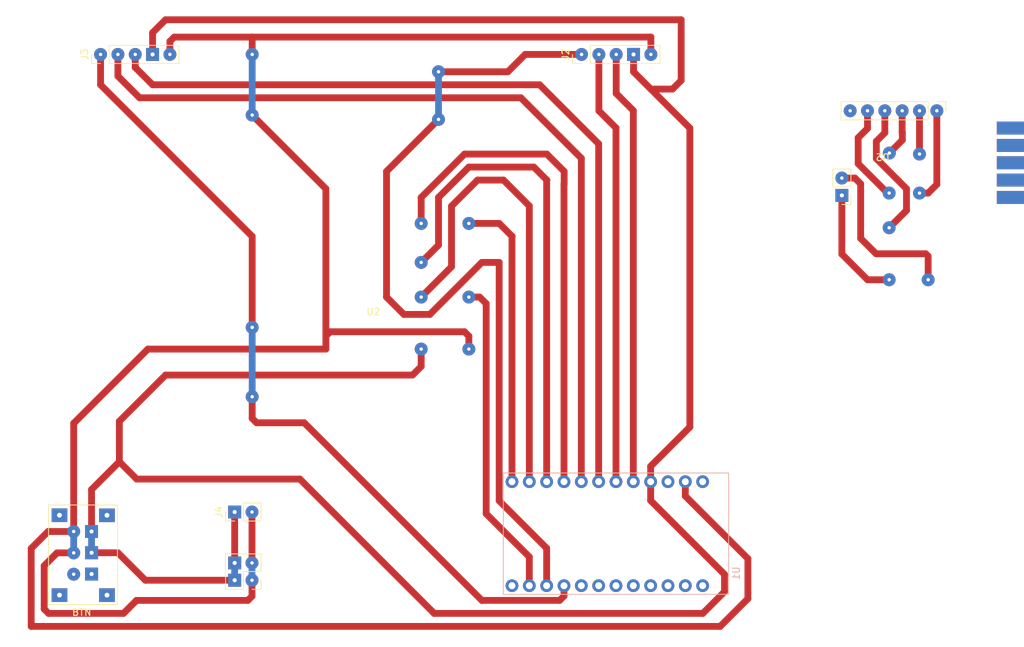
<source format=kicad_pcb>
(kicad_pcb (version 20211014) (generator pcbnew)
  (layers (0 "F.Cu" signal) (31 "B.Cu" signal) (34 "B.Paste" user) (35 "F.Paste" user) (36 "B.SilkS" user "B.Silkscreen") (37 "F.SilkS" user "F.Silkscreen") (38 "B.Mask" user) (39 "F.Mask" user) (44 "Edge.Cuts" user))
  (net 0 "")
  (net 1 "+5V")
  (net 2 "GND")
  (net 13 "Net-(J2-Pad1)")
  (net 14 "Net-(J2-Pad3)")
  (net 15 "Net-(J3-Pad2)")
  (net 16 "Net-(J2-Pad2)")
  (net 17 "Net-(J3-Pad3)")
  (net 19 "Net-(U1-PadJP6_9)")
  (net 20 "Net-(U1-PadJP6_10)")
  (net 21 "Net-(U1-PadJP6_11)")
  (net 22 "Net-(U1-PadJP6_12)")
  (net 23 "Net-(U1-PadJP7_2)")
  (net 25 "Net-(J3-Pad1)")
  (footprint "" (layer "F.Cu") (at 167.005 43.18)
    (fp_text reference "" (at 0 0) (layer "F.SilkS") (effects (font (size 1.27 1.27))))
    (fp_text value "" (at 0 0) (layer "F.SilkS") (effects (font (size 1.27 1.27))))
    (pad "7" thru_hole rect (at 0 0) (size 4 1.9) (drill 0.00001) (layers *.Cu *.Mask) (net 20 "Net-(U1-PadJP6_10)"))
  )
  (footprint "" (layer "F.Cu") (at 149.251351 36.682313)
    (fp_text reference "" (at 0 0) (layer "F.SilkS") (effects (font (size 1.27 1.27))))
    (fp_text value "" (at 0 0) (layer "F.SilkS") (effects (font (size 1.27 1.27))))
    (pad "5" thru_hole oval (at 0 0) (size 1.9 1.9) (drill 0.5) (layers *.Cu *.Mask) (net 19 "Net-(U1-PadJP6_9)"))
  )
  (footprint "" (layer "F.Cu") (at 83.185 24.765)
    (fp_text reference "" (at 0 0) (layer "F.SilkS") (effects (font (size 1.27 1.27))))
    (fp_text value "" (at 0 0) (layer "F.SilkS") (effects (font (size 1.27 1.27))))
    (pad "1" thru_hole oval (at 0 0 90) (size 1.9 1.9) (drill 0.5) (layers *.Cu *.Mask) (net 13 "Net-(J2-Pad1)"))
  )
  (footprint "Arduino pro mini:NRF24L01" (layer "F.Cu") (at 148.276703 36.747626 180)
    (fp_text reference "U2" (at 0 -0.5 180 unlocked) (layer "F.SilkS"))
    (fp_text value "NRF24L01_Breakout")
    (fp_line (start 4.654 -4.867) (end 4.654 -2.267) (layer "F.SilkS") (width 0.12))
    (fp_line (start -6.663297 7.597626) (end -6.663297 4.937626) (layer "F.SilkS") (width 0.12))
    (fp_line (start -7.933297 7.597626) (end -9.263297 7.597626) (layer "F.SilkS") (width 0.12))
    (fp_line (start -9.263297 7.597626) (end -9.263297 6.267626) (layer "F.SilkS") (width 0.12))
    (fp_line (start 6.096703 7.597626) (end 6.096703 4.937626) (layer "F.SilkS") (width 0.12))
    (fp_line (start 7.314 -4.867) (end 7.314 -2.267) (layer "F.SilkS") (width 0.12))
    (fp_line (start 4.654 -2.267) (end 7.314 -2.267) (layer "F.SilkS") (width 0.12))
    (fp_line (start -6.663297 4.937626) (end 6.096703 4.937626) (layer "F.SilkS") (width 0.12))
    (fp_line (start 4.654 -4.867) (end 7.314 -4.867) (layer "F.SilkS") (width 0.12))
    (fp_line (start -6.663297 7.597626) (end 6.096703 7.597626) (layer "F.SilkS") (width 0.12))
    (fp_line (start 4.654 -6.137) (end 4.654 -7.467) (layer "F.SilkS") (width 0.12))
    (fp_line (start 4.654 -7.467) (end 5.984 -7.467) (layer "F.SilkS") (width 0.12))
    (pad "1" thru_hole oval (at 5.984 -3.597 180) (size 1.9 1.9) (drill 0.5) (layers *.Cu *.Mask) (net 2 "GND"))
    (pad "2" thru_hole rect (at 5.984 -6.137 180) (size 1.9 1.9) (drill 0.6) (layers *.Cu *.Mask) (net 1 "+5V"))
    (pad "3" thru_hole oval (at -7.933297 6.267626 270) (size 1.9 1.9) (drill 0.5) (layers *.Cu *.Mask) (net 23 "Net-(U1-PadJP7_2)"))
    (pad "4" thru_hole oval (at -5.393297 6.267626 270) (size 1.9 1.9) (drill 0.5) (layers *.Cu *.Mask) (net 22 "Net-(U1-PadJP6_12)"))
    (pad "5" thru_hole oval (at -2.853297 6.267626 270) (size 1.9 1.9) (drill 0.5) (layers *.Cu *.Mask) (net 19 "Net-(U1-PadJP6_9)"))
    (pad "6" thru_hole oval (at -0.313297 6.267626 270) (size 1.9 1.9) (drill 0.5) (layers *.Cu *.Mask) (net 21 "Net-(U1-PadJP6_11)"))
    (pad "7" thru_hole oval (at 2.226703 6.267626 270) (size 1.9 1.9) (drill 0.5) (layers *.Cu *.Mask) (net 20 "Net-(U1-PadJP6_10)"))
    (pad "8" thru_hole oval (at 4.766703 6.267626 270) (size 1.9 1.9) (drill 0.5) (layers *.Cu *.Mask))
  )
  (footprint "" (layer "F.Cu") (at 80.645 57.785)
    (fp_text reference "" (at 0 0) (layer "F.SilkS") (effects (font (size 1.27 1.27))))
    (fp_text value "" (at 0 0) (layer "F.SilkS") (effects (font (size 1.27 1.27))))
    (pad "6" thru_hole oval (at 0 0) (size 1.9 1.9) (drill 0.5) (layers *.Cu *.Mask) (net 21 "Net-(U1-PadJP6_11)"))
  )
  (footprint "" (layer "F.Cu") (at 149.225 42.545)
    (fp_text reference "" (at 0 0) (layer "F.SilkS") (effects (font (size 1.27 1.27))))
    (fp_text value "" (at 0 0) (layer "F.SilkS") (effects (font (size 1.27 1.27))))
    (pad "7" thru_hole oval (at 0 0) (size 1.9 1.9) (drill 0.5) (layers *.Cu *.Mask) (net 20 "Net-(U1-PadJP6_10)"))
  )
  (footprint "" (layer "F.Cu") (at 55.88 72.39)
    (fp_text reference "" (at 0 0) (layer "F.SilkS") (effects (font (size 1.27 1.27))))
    (fp_text value "" (at 0 0) (layer "F.SilkS") (effects (font (size 1.27 1.27))))
    (pad "1" thru_hole oval (at 0 0 90) (size 1.9 1.9) (drill 0.5) (layers *.Cu *.Mask) (net 25 "Net-(J3-Pad1)"))
  )
  (footprint "" (layer "F.Cu") (at 153.67 36.83)
    (fp_text reference "" (at 0 0) (layer "F.SilkS") (effects (font (size 1.27 1.27))))
    (fp_text value "" (at 0 0) (layer "F.SilkS") (effects (font (size 1.27 1.27))))
    (pad "4" thru_hole oval (at 0 0) (size 1.9 1.9) (drill 0.5) (layers *.Cu *.Mask) (net 22 "Net-(U1-PadJP6_12)"))
  )
  (footprint "Connector_PinHeader_2.54mm:PinHeader_2x02_P2.54mm_Vertical" (layer "F.Cu") (at 55.851603 99.282205 180)
    (fp_text reference "" (at 1.27 -2.33) (layer "F.SilkS"))
    (fp_text value "POWERS")
    (fp_line (start -1.33 3.87) (end 3.87 3.87) (layer "F.SilkS") (width 0.12))
    (fp_line (start 3.87 -1.33) (end 3.87 3.87) (layer "F.SilkS") (width 0.12))
    (fp_line (start 1.27 1.27) (end 1.27 -1.33) (layer "F.SilkS") (width 0.12))
    (fp_line (start -1.33 1.27) (end 1.27 1.27) (layer "F.SilkS") (width 0.12))
    (fp_line (start -1.33 -1.33) (end 0 -1.33) (layer "F.SilkS") (width 0.12))
    (fp_line (start -1.33 1.27) (end -1.33 3.87) (layer "F.SilkS") (width 0.12))
    (fp_line (start 1.27 -1.33) (end 3.87 -1.33) (layer "F.SilkS") (width 0.12))
    (fp_line (start -1.33 0) (end -1.33 -1.33) (layer "F.SilkS") (width 0.12))
    (pad "1" thru_hole oval (at 0 0 180) (size 1.9 1.9) (drill 0.5) (layers *.Cu *.Mask) (net 2 "GND"))
    (pad "2" thru_hole rect (at 2.54 0 180) (size 1.9 1.9) (drill 0.6) (layers *.Cu *.Mask) (net 1 "+5V"))
    (pad "3" thru_hole oval (at 0 2.54 180) (size 1.9 1.9) (drill 0.5) (layers *.Cu *.Mask) (net 2 "GND"))
    (pad "4" thru_hole rect (at 2.54 2.54 180) (size 1.9 1.9) (drill 0.6) (layers *.Cu *.Mask) (net 1 "+5V"))
  )
  (footprint "" (layer "F.Cu") (at 80.645 65.405)
    (fp_text reference "" (at 0 0) (layer "F.SilkS") (effects (font (size 1.27 1.27))))
    (fp_text value "" (at 0 0) (layer "F.SilkS") (effects (font (size 1.27 1.27))))
    (pad "2" thru_hole oval (at 0 0) (size 1.9 1.9) (drill 0.5) (layers *.Cu *.Mask) (net 1 "+5V"))
  )
  (footprint "" (layer "F.Cu") (at 87.63 57.785)
    (fp_text reference "" (at 0 0) (layer "F.SilkS") (effects (font (size 1.27 1.27))))
    (fp_text value "" (at 0 0) (layer "F.SilkS") (effects (font (size 1.27 1.27))))
    (pad "3" thru_hole oval (at 0 0) (size 1.9 1.9) (drill 0.5) (layers *.Cu *.Mask) (net 23 "Net-(U1-PadJP7_2)"))
  )
  (footprint "" (layer "F.Cu") (at 80.645 52.705)
    (fp_text reference "" (at 0 0) (layer "F.SilkS") (effects (font (size 1.27 1.27))))
    (fp_text value "" (at 0 0) (layer "F.SilkS") (effects (font (size 1.27 1.27))))
    (pad "7" thru_hole oval (at 0 0) (size 1.9 1.9) (drill 0.5) (layers *.Cu *.Mask) (net 20 "Net-(U1-PadJP6_10)"))
  )
  (footprint "" (layer "F.Cu") (at 55.88 31.115)
    (fp_text reference "" (at 0 0) (layer "F.SilkS") (effects (font (size 1.27 1.27))))
    (fp_text value "" (at 0 0) (layer "F.SilkS") (effects (font (size 1.27 1.27))))
    (pad "5" thru_hole oval (at 0 0 90) (size 1.9 1.9) (drill 0.5) (layers *.Cu *.Mask) (net 2 "GND"))
  )
  (footprint "Connector_PinHeader_2.54mm:PinHeader_1x02_P2.54mm_Vertical" (layer "F.Cu") (at 53.311603 89.282205 90)
    (fp_text reference "J4" (at 0 -2.33 90) (layer "F.SilkS"))
    (fp_text value "Power-IN")
    (fp_line (start -1.33 0) (end -1.33 -1.33) (layer "F.SilkS") (width 0.12))
    (fp_line (start -1.33 1.27) (end 1.33 1.27) (layer "F.SilkS") (width 0.12))
    (fp_line (start -1.33 -1.33) (end 0 -1.33) (layer "F.SilkS") (width 0.12))
    (fp_line (start 1.33 1.27) (end 1.33 3.87) (layer "F.SilkS") (width 0.12))
    (fp_line (start -1.33 1.27) (end -1.33 3.87) (layer "F.SilkS") (width 0.12))
    (fp_line (start -1.33 3.87) (end 1.33 3.87) (layer "F.SilkS") (width 0.12))
    (pad "1" thru_hole rect (at 0 0 90) (size 1.9 1.9) (drill 0.6) (layers *.Cu *.Mask) (net 1 "+5V"))
    (pad "2" thru_hole oval (at 0 2.54 90) (size 1.9 1.9) (drill 0.5) (layers *.Cu *.Mask) (net 2 "GND"))
  )
  (footprint "" (layer "F.Cu") (at 154.94 55.245)
    (fp_text reference "" (at 0 0) (layer "F.SilkS") (effects (font (size 1.27 1.27))))
    (fp_text value "" (at 0 0) (layer "F.SilkS") (effects (font (size 1.27 1.27))))
    (pad "1" thru_hole oval (at 0 0) (size 1.9 1.9) (drill 0.5) (layers *.Cu *.Mask) (net 2 "GND"))
  )
  (footprint "" (layer "F.Cu") (at 153.67 42.545)
    (fp_text reference "" (at 0 0) (layer "F.SilkS") (effects (font (size 1.27 1.27))))
    (fp_text value "" (at 0 0) (layer "F.SilkS") (effects (font (size 1.27 1.27))))
    (pad "3" thru_hole oval (at 0 0) (size 1.9 1.9) (drill 0.5) (layers *.Cu *.Mask) (net 23 "Net-(U1-PadJP7_2)"))
  )
  (footprint "" (layer "F.Cu") (at 167.005 38.1)
    (fp_text reference "" (at 0 0) (layer "F.SilkS") (effects (font (size 1.27 1.27))))
    (fp_text value "" (at 0 0) (layer "F.SilkS") (effects (font (size 1.27 1.27))))
    (pad "5" thru_hole rect (at 0 0) (size 4 1.9) (drill 0.00001) (layers *.Cu *.Mask) (net 19 "Net-(U1-PadJP6_9)"))
  )
  (footprint "" (layer "F.Cu") (at 149.225 47.625)
    (fp_text reference "" (at 0 0) (layer "F.SilkS") (effects (font (size 1.27 1.27))))
    (fp_text value "" (at 0 0) (layer "F.SilkS") (effects (font (size 1.27 1.27))))
    (pad "6" thru_hole oval (at 0 0) (size 1.9 1.9) (drill 0.5) (layers *.Cu *.Mask) (net 21 "Net-(U1-PadJP6_11)"))
  )
  (footprint "" (layer "F.Cu") (at 83.185 31.75)
    (fp_text reference "" (at 0 0) (layer "F.SilkS") (effects (font (size 1.27 1.27))))
    (fp_text value "" (at 0 0) (layer "F.SilkS") (effects (font (size 1.27 1.27))))
    (pad "1" thru_hole oval (at 0 0 90) (size 1.9 1.9) (drill 0.5) (layers *.Cu *.Mask) (net 13 "Net-(J2-Pad1)"))
  )
  (footprint "" (layer "F.Cu") (at 80.645 46.99)
    (fp_text reference "" (at 0 0) (layer "F.SilkS") (effects (font (size 1.27 1.27))))
    (fp_text value "" (at 0 0) (layer "F.SilkS") (effects (font (size 1.27 1.27))))
    (pad "5" thru_hole oval (at 0 0) (size 1.9 1.9) (drill 0.5) (layers *.Cu *.Mask) (net 19 "Net-(U1-PadJP6_9)"))
  )
  (footprint "" (layer "F.Cu") (at 167.005 40.64)
    (fp_text reference "" (at 0 0) (layer "F.SilkS") (effects (font (size 1.27 1.27))))
    (fp_text value "" (at 0 0) (layer "F.SilkS") (effects (font (size 1.27 1.27))))
    (pad "6" thru_hole rect (at 0 0) (size 4 1.9) (drill 0.00001) (layers *.Cu *.Mask) (net 21 "Net-(U1-PadJP6_11)"))
  )
  (footprint "Connector_PinHeader_2.54mm:PinHeader_1x05_P2.54mm_Vertical" (layer "F.Cu") (at 104.145 22.225 90)
    (fp_text reference "J2" (at 0 -2.33 90) (layer "F.SilkS"))
    (fp_text value "Joystick_Left")
    (fp_line (start -1.33 11.49) (end 1.33 11.49) (layer "F.SilkS") (width 0.12))
    (fp_line (start 1.33 1.27) (end 1.33 11.49) (layer "F.SilkS") (width 0.12))
    (fp_line (start -1.33 -1.33) (end 0 -1.33) (layer "F.SilkS") (width 0.12))
    (fp_line (start -1.33 0) (end -1.33 -1.33) (layer "F.SilkS") (width 0.12))
    (fp_line (start -1.33 1.27) (end -1.33 11.49) (layer "F.SilkS") (width 0.12))
    (fp_line (start -1.33 1.27) (end 1.33 1.27) (layer "F.SilkS") (width 0.12))
    (pad "1" thru_hole oval (at 0 0 90) (size 1.9 1.9) (drill 0.5) (layers *.Cu *.Mask) (net 13 "Net-(J2-Pad1)"))
    (pad "2" thru_hole oval (at 0 2.54 90) (size 1.9 1.9) (drill 0.5) (layers *.Cu *.Mask) (net 16 "Net-(J2-Pad2)"))
    (pad "3" thru_hole oval (at 0 5.08 90) (size 1.9 1.9) (drill 0.5) (layers *.Cu *.Mask) (net 14 "Net-(J2-Pad3)"))
    (pad "4" thru_hole rect (at 0 7.62 90) (size 1.9 1.9) (drill 0.6) (layers *.Cu *.Mask) (net 1 "+5V"))
    (pad "5" thru_hole oval (at 0 10.16 90) (size 1.9 1.9) (drill 0.5) (layers *.Cu *.Mask) (net 2 "GND"))
  )
  (footprint "Connector_PinHeader_2.54mm:PushButton_6_pin" (layer "F.Cu") (at 34.639603 101.347205 180)
    (fp_text reference "BTN" (at 3.74 -2.618) (layer "F.SilkS"))
    (fp_text value "PushButton_6_pin")
    (fp_line (start -1.491194 -1.496) (end 8.602 -1.496) (layer "F.SilkS") (width 0.12))
    (fp_line (start -1.491194 13.09) (end 8.602 13.09) (layer "F.SilkS") (width 0.12))
    (fp_line (start 8.602 -1.496) (end 8.602 13.09) (layer "F.SilkS") (width 0.12))
    (fp_line (start -1.491194 -1.496) (end -1.491194 13.09) (layer "F.SilkS") (width 0.12))
    (pad "" thru_hole rect (at 0.043736 11.586152 180) (size 2.3 2) (drill 0.7) (layers *.Cu *.Mask))
    (pad "" thru_hole rect (at 0.03893 -0.118391 180) (size 2.3 2) (drill 0.7) (layers *.Cu *.Mask))
    (pad "" thru_hole rect (at 7.000509 11.59419 180) (size 2.3 2) (drill 0.7) (layers *.Cu *.Mask))
    (pad "" thru_hole rect (at 7.000509 -0.118391 180) (size 2.3 2) (drill 0.7) (layers *.Cu *.Mask))
    (pad "1" thru_hole rect (at 2.294688 2.967779 180) (size 1.9 1.9) (drill 0.6) (layers *.Cu *.Mask))
    (pad "2" thru_hole oval (at 4.918896 2.948554 180) (size 1.9 1.9) (drill 0.5) (layers *.Cu *.Mask))
    (pad "3" thru_hole rect (at 2.29506 6.097205 180) (size 1.9 1.9) (drill 0.6) (layers *.Cu *.Mask) (net 1 "+5V"))
    (pad "4" thru_hole oval (at 4.919268 6.07798 180) (size 1.9 1.9) (drill 0.5) (layers *.Cu *.Mask) (net 2 "GND"))
    (pad "5" thru_hole rect (at 2.30164 9.207406 180) (size 1.9 1.9) (drill 0.6) (layers *.Cu *.Mask) (net 1 "+5V"))
    (pad "6" thru_hole oval (at 4.91964 9.207406 180) (size 1.9 1.9) (drill 0.5) (layers *.Cu *.Mask) (net 2 "GND"))
  )
  (footprint "" (layer "F.Cu") (at 87.63 46.99)
    (fp_text reference "" (at 0 0) (layer "F.SilkS") (effects (font (size 1.27 1.27))))
    (fp_text value "" (at 0 0) (layer "F.SilkS") (effects (font (size 1.27 1.27))))
    (pad "4" thru_hole oval (at 0 0) (size 1.9 1.9) (drill 0.5) (layers *.Cu *.Mask) (net 22 "Net-(U1-PadJP6_12)"))
  )
  (footprint "" (layer "F.Cu") (at 55.88 22.225)
    (fp_text reference "" (at 0 0) (layer "F.SilkS") (effects (font (size 1.27 1.27))))
    (fp_text value "" (at 0 0) (layer "F.SilkS") (effects (font (size 1.27 1.27))))
    (pad "5" thru_hole oval (at 0 0 90) (size 1.9 1.9) (drill 0.5) (layers *.Cu *.Mask) (net 2 "GND"))
  )
  (footprint "" (layer "F.Cu") (at 149.225 55.245)
    (fp_text reference "" (at 0 0) (layer "F.SilkS") (effects (font (size 1.27 1.27))))
    (fp_text value "" (at 0 0) (layer "F.SilkS") (effects (font (size 1.27 1.27))))
    (pad "2" thru_hole oval (at 0 0) (size 1.9 1.9) (drill 0.5) (layers *.Cu *.Mask) (net 1 "+5V"))
  )
  (footprint "" (layer "F.Cu") (at 87.63 65.405)
    (fp_text reference "" (at 0 0) (layer "F.SilkS") (effects (font (size 1.27 1.27))))
    (fp_text value "" (at 0 0) (layer "F.SilkS") (effects (font (size 1.27 1.27))))
    (pad "1" thru_hole oval (at 0 0) (size 1.9 1.9) (drill 0.5) (layers *.Cu *.Mask) (net 2 "GND"))
  )
  (footprint "Connector_PinHeader_2.54mm:PinHeader_1x05_P2.54mm_Vertical" (layer "F.Cu") (at 33.66 22.225 90)
    (fp_text reference "J3" (at 0 -2.33 90) (layer "F.SilkS"))
    (fp_text value "Joystick_Right")
    (fp_line (start -1.33 -1.33) (end 0 -1.33) (layer "F.SilkS") (width 0.12))
    (fp_line (start 1.33 1.27) (end 1.33 11.49) (layer "F.SilkS") (width 0.12))
    (fp_line (start -1.33 1.27) (end -1.33 11.49) (layer "F.SilkS") (width 0.12))
    (fp_line (start -1.33 1.27) (end 1.33 1.27) (layer "F.SilkS") (width 0.12))
    (fp_line (start -1.33 0) (end -1.33 -1.33) (layer "F.SilkS") (width 0.12))
    (fp_line (start -1.33 11.49) (end 1.33 11.49) (layer "F.SilkS") (width 0.12))
    (pad "1" thru_hole oval (at 0 0 90) (size 1.9 1.9) (drill 0.5) (layers *.Cu *.Mask) (net 25 "Net-(J3-Pad1)"))
    (pad "2" thru_hole oval (at 0 2.54 90) (size 1.9 1.9) (drill 0.5) (layers *.Cu *.Mask) (net 15 "Net-(J3-Pad2)"))
    (pad "3" thru_hole oval (at 0 5.08 90) (size 1.9 1.9) (drill 0.5) (layers *.Cu *.Mask) (net 17 "Net-(J3-Pad3)"))
    (pad "4" thru_hole rect (at 0 7.62 90) (size 1.9 1.9) (drill 0.6) (layers *.Cu *.Mask) (net 1 "+5V"))
    (pad "5" thru_hole oval (at 0 10.16 90) (size 1.9 1.9) (drill 0.5) (layers *.Cu *.Mask) (net 2 "GND"))
  )
  (footprint "" (layer "F.Cu") (at 167.005 33.02)
    (fp_text reference "" (at 0 0) (layer "F.SilkS") (effects (font (size 1.27 1.27))))
    (fp_text value "" (at 0 0) (layer "F.SilkS") (effects (font (size 1.27 1.27))))
    (pad "3" thru_hole rect (at 0 0) (size 4 1.9) (drill 0.00001) (layers *.Cu *.Mask) (net 23 "Net-(U1-PadJP7_2)"))
  )
  (footprint "" (layer "F.Cu") (at 55.88 62.23)
    (fp_text reference "" (at 0 0) (layer "F.SilkS") (effects (font (size 1.27 1.27))))
    (fp_text value "" (at 0 0) (layer "F.SilkS") (effects (font (size 1.27 1.27))))
    (pad "1" thru_hole oval (at 0 0 90) (size 1.9 1.9) (drill 0.5) (layers *.Cu *.Mask) (net 25 "Net-(J3-Pad1)"))
  )
  (footprint "" (layer "F.Cu") (at 167.005 35.56)
    (fp_text reference "" (at 0 0) (layer "F.SilkS") (effects (font (size 1.27 1.27))))
    (fp_text value "" (at 0 0) (layer "F.SilkS") (effects (font (size 1.27 1.27))))
    (pad "4" thru_hole rect (at 0 0) (size 4 1.9) (drill 0.00001) (layers *.Cu *.Mask) (net 22 "Net-(U1-PadJP6_12)"))
  )
  (footprint "Arduino pro mini:MODULE_ARDUINO_PRO_MINI" (layer "B.Cu") (at 109.191603 92.457205 90)
    (fp_text reference "U1" (at -5.825 17.635 270) (layer "B.SilkS") (effects (justify mirror)))
    (fp_text value "ARDUINO_PRO_MINI")
    (fp_line (start 8.89 16.51) (end -8.89 16.51) (layer "B.SilkS") (width 0.127))
    (fp_line (start -8.89 -16.51) (end 8.89 -16.51) (layer "B.SilkS") (width 0.127))
    (fp_line (start -8.89 16.51) (end -8.89 -16.51) (layer "B.SilkS") (width 0.127))
    (fp_line (start 8.89 -16.51) (end 8.89 16.51) (layer "B.SilkS") (width 0.127))
    (pad "JP6_1" thru_hole circle (at 7.62 12.7 90) (size 1.8796 1.8796) (drill 1.016) (layers *.Cu *.Mask))
    (pad "JP6_2" thru_hole circle (at 7.62 10.16 90) (size 1.8796 1.8796) (drill 1.016) (layers *.Cu *.Mask) (net 2 "GND"))
    (pad "JP6_3" thru_hole circle (at 7.62 7.62 90) (size 1.8796 1.8796) (drill 1.016) (layers *.Cu *.Mask))
    (pad "JP6_4" thru_hole circle (at 7.62 5.08 90) (size 1.8796 1.8796) (drill 1.016) (layers *.Cu *.Mask) (net 1 "+5V"))
    (pad "JP6_5" thru_hole circle (at 7.62 2.54 90) (size 1.8796 1.8796) (drill 1.016) (layers *.Cu *.Mask) (net 14 "Net-(J2-Pad3)"))
    (pad "JP6_6" thru_hole circle (at 7.62 0 90) (size 1.8796 1.8796) (drill 1.016) (layers *.Cu *.Mask) (net 16 "Net-(J2-Pad2)"))
    (pad "JP6_7" thru_hole circle (at 7.62 -2.54 90) (size 1.8796 1.8796) (drill 1.016) (layers *.Cu *.Mask) (net 17 "Net-(J3-Pad3)"))
    (pad "JP6_8" thru_hole circle (at 7.62 -5.08 90) (size 1.8796 1.8796) (drill 1.016) (layers *.Cu *.Mask) (net 15 "Net-(J3-Pad2)"))
    (pad "JP6_9" thru_hole circle (at 7.62 -7.62 90) (size 1.8796 1.8796) (drill 1.016) (layers *.Cu *.Mask) (net 19 "Net-(U1-PadJP6_9)"))
    (pad "JP6_10" thru_hole circle (at 7.62 -10.16 90) (size 1.8796 1.8796) (drill 1.016) (layers *.Cu *.Mask) (net 20 "Net-(U1-PadJP6_10)"))
    (pad "JP6_11" thru_hole circle (at 7.62 -12.7 90) (size 1.8796 1.8796) (drill 1.016) (layers *.Cu *.Mask) (net 21 "Net-(U1-PadJP6_11)"))
    (pad "JP6_12" thru_hole circle (at 7.62 -15.24 90) (size 1.8796 1.8796) (drill 1.016) (layers *.Cu *.Mask) (net 22 "Net-(U1-PadJP6_12)"))
    (pad "JP7_1" thru_hole circle (at -7.62 -15.24 90) (size 1.8796 1.8796) (drill 1.016) (layers *.Cu *.Mask))
    (pad "JP7_2" thru_hole circle (at -7.62 -12.7 90) (size 1.8796 1.8796) (drill 1.016) (layers *.Cu *.Mask) (net 23 "Net-(U1-PadJP7_2)"))
    (pad "JP7_3" thru_hole circle (at -7.62 -10.16 90) (size 1.8796 1.8796) (drill 1.016) (layers *.Cu *.Mask) (net 13 "Net-(J2-Pad1)"))
    (pad "JP7_4" thru_hole circle (at -7.62 -7.62 90) (size 1.8796 1.8796) (drill 1.016) (layers *.Cu *.Mask) (net 25 "Net-(J3-Pad1)"))
    (pad "JP7_5" thru_hole circle (at -7.62 -5.08 90) (size 1.8796 1.8796) (drill 1.016) (layers *.Cu *.Mask))
    (pad "JP7_6" thru_hole circle (at -7.62 -2.54 90) (size 1.8796 1.8796) (drill 1.016) (layers *.Cu *.Mask))
    (pad "JP7_7" thru_hole circle (at -7.62 0 90) (size 1.8796 1.8796) (drill 1.016) (layers *.Cu *.Mask))
    (pad "JP7_8" thru_hole circle (at -7.62 2.54 90) (size 1.8796 1.8796) (drill 1.016) (layers *.Cu *.Mask))
    (pad "JP7_9" thru_hole circle (at -7.62 5.08 90) (size 1.8796 1.8796) (drill 1.016) (layers *.Cu *.Mask))
    (pad "JP7_10" thru_hole circle (at -7.62 7.62 90) (size 1.8796 1.8796) (drill 1.016) (layers *.Cu *.Mask))
    (pad "JP7_11" thru_hole circle (at -7.62 10.16 90) (size 1.8796 1.8796) (drill 1.016) (layers *.Cu *.Mask))
    (pad "JP7_12" thru_hole circle (at -7.62 12.7 90) (size 1.8796 1.8796) (drill 1.016) (layers *.Cu *.Mask))
  )
  (gr_text "U2" (at 73.631603 59.937205) (layer "F.SilkS") (effects (font (size 1 1))))
  (segment (start 40.227205 99.282205) (end 36.195 95.25) (width 1) (layer "F.Cu") (net 1))
  (segment (start 121.92 104.14) (end 125.095 100.965) (width 1) (layer "F.Cu") (net 1))
  (segment (start 41.28 22.225) (end 41.28 19.045) (width 1) (layer "F.Cu") (net 1))
  (segment (start 142.292703 51.487703) (end 142.292703 42.884626) (width 1) (layer "F.Cu") (net 1))
  (segment (start 125.095 98.425) (end 114.271603 87.601603) (width 1) (layer "F.Cu") (net 1))
  (segment (start 79.375 69.215) (end 43.18 69.215) (width 1) (layer "F.Cu") (net 1))
  (segment (start 111.765 24.77) (end 111.765 22.225) (width 1) (layer "F.Cu") (net 1))
  (segment (start 117.475 27.305) (end 114.3 27.305) (width 1) (layer "F.Cu") (net 1))
  (segment (start 62.865 84.455) (end 82.55 104.14) (width 1) (layer "F.Cu") (net 1))
  (segment (start 114.271603 87.601603) (end 114.271603 84.837205) (width 1) (layer "F.Cu") (net 1))
  (segment (start 32.337963 92.139799) (end 32.337963 85.988674) (width 1) (layer "F.Cu") (net 1))
  (segment (start 53.311603 89.282205) (end 53.311603 96.742205) (width 1) (layer "F.Cu") (net 1))
  (segment (start 114.271603 82.578397) (end 120.015 76.835) (width 1) (layer "F.Cu") (net 1))
  (segment (start 32.337963 85.988674) (end 36.411637 81.915) (width 1) (layer "F.Cu") (net 1))
  (segment (start 36.411637 75.983363) (end 36.411637 81.915) (width 1) (layer "F.Cu") (net 1))
  (segment (start 118.745 17.145) (end 118.745 26.035) (width 1) (layer "F.Cu") (net 1))
  (segment (start 82.55 104.14) (end 121.92 104.14) (width 1) (layer "F.Cu") (net 1))
  (segment (start 43.18 69.215) (end 36.411637 75.983363) (width 1) (layer "F.Cu") (net 1))
  (segment (start 120.015 76.835) (end 120.015 33.02) (width 1) (layer "F.Cu") (net 1))
  (segment (start 38.951637 84.455) (end 62.865 84.455) (width 1) (layer "F.Cu") (net 1))
  (segment (start 120.015 33.02) (end 114.3 27.305) (width 1) (layer "F.Cu") (net 1))
  (segment (start 146.05 55.245) (end 142.292703 51.487703) (width 1) (layer "F.Cu") (net 1))
  (segment (start 80.645 67.945) (end 79.375 69.215) (width 1) (layer "F.Cu") (net 1))
  (segment (start 53.311603 99.282205) (end 40.227205 99.282205) (width 1) (layer "F.Cu") (net 1))
  (segment (start 80.645 65.405) (end 80.645 67.945) (width 1) (layer "F.Cu") (net 1))
  (segment (start 125.095 100.965) (end 125.095 98.425) (width 1) (layer "F.Cu") (net 1))
  (segment (start 118.745 26.035) (end 117.475 27.305) (width 1) (layer "F.Cu") (net 1))
  (segment (start 36.195 95.25) (end 32.344543 95.25) (width 1) (layer "F.Cu") (net 1))
  (segment (start 114.271603 84.837205) (end 114.271603 82.578397) (width 1) (layer "F.Cu") (net 1))
  (segment (start 43.18 17.145) (end 118.745 17.145) (width 1) (layer "F.Cu") (net 1))
  (segment (start 114.3 27.305) (end 111.765 24.77) (width 1) (layer "F.Cu") (net 1))
  (segment (start 36.411637 81.915) (end 38.951637 84.455) (width 1) (layer "F.Cu") (net 1))
  (segment (start 41.28 19.045) (end 43.18 17.145) (width 1) (layer "F.Cu") (net 1))
  (segment (start 149.225 55.245) (end 146.05 55.245) (width 1) (layer "F.Cu") (net 1))
  (segment (start 53.311603 99.282205) (end 53.311603 96.742205) (width 1) (layer "B.Cu") (net 1))
  (segment (start 32.337963 92.139799) (end 32.337963 95.24342) (width 1) (layer "B.Cu") (net 1))
  (segment (start 37.015077 104.14) (end 26.035 104.14) (width 1) (layer "F.Cu") (net 2))
  (segment (start 55.88 31.115) (end 66.675 41.91) (width 1) (layer "F.Cu") (net 2))
  (segment (start 23.495 106.045) (end 124.46 106.045) (width 1) (layer "F.Cu") (net 2))
  (segment (start 144.207011 40.344626) (end 142.292703 40.344626) (width 1) (layer "F.Cu") (net 2))
  (segment (start 29.719963 92.139799) (end 25.970201 92.139799) (width 1) (layer "F.Cu") (net 2))
  (segment (start 55.851603 99.282205) (end 55.851603 101.628397) (width 1) (layer "F.Cu") (net 2))
  (segment (start 87.63 65.405) (end 87.63 63.5) (width 1) (layer "F.Cu") (net 2))
  (segment (start 128.521159 101.983841) (end 128.521159 96.115214) (width 1) (layer "F.Cu") (net 2))
  (segment (start 25.970201 92.139799) (end 23.495 94.615) (width 1) (layer "F.Cu") (net 2))
  (segment (start 23.495 94.615) (end 23.495 106.045) (width 1) (layer "F.Cu") (net 2))
  (segment (start 114.305 19.69) (end 114.305 22.225) (width 1) (layer "F.Cu") (net 2))
  (segment (start 40.595385 65.405) (end 66.675 65.405) (width 1) (layer "F.Cu") (net 2))
  (segment (start 87.63 63.5) (end 86.995 62.865) (width 1) (layer "F.Cu") (net 2))
  (segment (start 86.995 62.865) (end 67.31 62.865) (width 1) (layer "F.Cu") (net 2))
  (segment (start 25.4 97.155) (end 27.285775 95.269225) (width 1) (layer "F.Cu") (net 2))
  (segment (start 55.245 102.235) (end 38.920077 102.235) (width 1) (layer "F.Cu") (net 2))
  (segment (start 55.88 19.685) (end 114.3 19.685) (width 1) (layer "F.Cu") (net 2))
  (segment (start 43.82 20.315) (end 44.45 19.685) (width 1) (layer "F.Cu") (net 2))
  (segment (start 154.578468 51.435) (end 147.306111 51.435) (width 1) (layer "F.Cu") (net 2))
  (segment (start 29.719963 76.280422) (end 29.719963 92.139799) (width 1) (layer "F.Cu") (net 2))
  (segment (start 55.851603 101.628397) (end 55.245 102.235) (width 1) (layer "F.Cu") (net 2))
  (segment (start 119.351603 86.945658) (end 119.351603 84.837205) (width 1) (layer "F.Cu") (net 2))
  (segment (start 40.595385 65.405) (end 29.719963 76.280422) (width 1) (layer "F.Cu") (net 2))
  (segment (start 43.82 22.225) (end 43.82 20.315) (width 1) (layer "F.Cu") (net 2))
  (segment (start 26.035 104.14) (end 25.4 103.505) (width 1) (layer "F.Cu") (net 2))
  (segment (start 145.048784 41.186399) (end 144.207011 40.344626) (width 1) (layer "F.Cu") (net 2))
  (segment (start 25.4 103.505) (end 25.4 97.155) (width 1) (layer "F.Cu") (net 2))
  (segment (start 66.675 41.91) (end 66.675 63.5) (width 1) (layer "F.Cu") (net 2))
  (segment (start 27.285775 95.269225) (end 29.720335 95.269225) (width 1) (layer "F.Cu") (net 2))
  (segment (start 55.851603 89.282205) (end 55.851603 96.742205) (width 1) (layer "F.Cu") (net 2))
  (segment (start 145.048784 49.177673) (end 145.048784 41.186399) (width 1) (layer "F.Cu") (net 2))
  (segment (start 44.45 19.685) (end 55.88 19.685) (width 1) (layer "F.Cu") (net 2))
  (segment (start 124.46 106.045) (end 128.521159 101.983841) (width 1) (layer "F.Cu") (net 2))
  (segment (start 154.94 55.245) (end 154.94 51.796532) (width 1) (layer "F.Cu") (net 2))
  (segment (start 67.31 62.865) (end 66.675 63.5) (width 1) (layer "F.Cu") (net 2))
  (segment (start 38.920077 102.235) (end 37.015077 104.14) (width 1) (layer "F.Cu") (net 2))
  (segment (start 147.306111 51.435) (end 145.048784 49.177673) (width 1) (layer "F.Cu") (net 2))
  (segment (start 55.88 22.225) (end 55.88 19.685) (width 1) (layer "F.Cu") (net 2))
  (segment (start 66.675 63.5) (end 66.675 65.405) (width 1) (layer "F.Cu") (net 2))
  (segment (start 114.3 19.685) (end 114.305 19.69) (width 1) (layer "F.Cu") (net 2))
  (segment (start 128.521159 96.115214) (end 119.351603 86.945658) (width 1) (layer "F.Cu") (net 2))
  (segment (start 154.94 51.796532) (end 154.578468 51.435) (width 1) (layer "F.Cu") (net 2))
  (segment (start 29.720335 95.269225) (end 29.720335 92.140171) (width 1) (layer "B.Cu") (net 2))
  (segment (start 55.88 31.115) (end 55.88 22.225) (width 1) (layer "B.Cu") (net 2))
  (segment (start 55.851603 99.282205) (end 55.851603 96.742205) (width 1) (layer "B.Cu") (net 2))
  (segment (start 78.105 60.325) (end 75.565 57.785) (width 1) (layer "F.Cu") (net 13))
  (segment (start 81.915 60.325) (end 78.105 60.325) (width 1) (layer "F.Cu") (net 13))
  (segment (start 95.885 22.225) (end 104.145 22.225) (width 1) (layer "F.Cu") (net 13))
  (segment (start 83.185 24.765) (end 93.345 24.765) (width 1) (layer "F.Cu") (net 13))
  (segment (start 99.031603 100.077205) (end 99.031603 94.586603) (width 1) (layer "F.Cu") (net 13))
  (segment (start 93.345 24.765) (end 95.885 22.225) (width 1) (layer "F.Cu") (net 13))
  (segment (start 75.565 57.785) (end 75.565 39.37) (width 1) (layer "F.Cu") (net 13))
  (segment (start 92.075 87.63) (end 92.075 52.705) (width 1) (layer "F.Cu") (net 13))
  (segment (start 99.031603 94.586603) (end 92.075 87.63) (width 1) (layer "F.Cu") (net 13))
  (segment (start 89.535 52.705) (end 81.915 60.325) (width 1) (layer "F.Cu") (net 13))
  (segment (start 75.565 39.37) (end 83.185 31.75) (width 1) (layer "F.Cu") (net 13))
  (segment (start 92.075 52.705) (end 89.535 52.705) (width 1) (layer "F.Cu") (net 13))
  (segment (start 83.185 24.765) (end 83.185 31.75) (width 1) (layer "B.Cu") (net 13))
  (segment (start 109.225 22.225) (end 109.225 27.945) (width 1) (layer "F.Cu") (net 14))
  (segment (start 109.225 27.945) (end 111.731603 30.451603) (width 1) (layer "F.Cu") (net 14))
  (segment (start 111.731603 30.451603) (end 111.731603 84.837205) (width 1) (layer "F.Cu") (net 14))
  (segment (start 104.111603 37.436603) (end 104.111603 84.837205) (width 1) (layer "F.Cu") (net 15))
  (segment (start 39.37 28.575) (end 95.25 28.575) (width 1) (layer "F.Cu") (net 15))
  (segment (start 36.2 25.405) (end 39.37 28.575) (width 1) (layer "F.Cu") (net 15))
  (segment (start 36.2 22.225) (end 36.2 25.405) (width 1) (layer "F.Cu") (net 15))
  (segment (start 95.25 28.575) (end 104.111603 37.436603) (width 1) (layer "F.Cu") (net 15))
  (segment (start 106.685 22.225) (end 106.685 30.485) (width 1) (layer "F.Cu") (net 16))
  (segment (start 109.191603 32.991603) (end 109.191603 84.837205) (width 1) (layer "F.Cu") (net 16))
  (segment (start 106.685 30.485) (end 109.191603 32.991603) (width 1) (layer "F.Cu") (net 16))
  (segment (start 41.275 26.67) (end 97.997944 26.67) (width 1) (layer "F.Cu") (net 17))
  (segment (start 106.651603 35.323659) (end 106.651603 84.837205) (width 1) (layer "F.Cu") (net 17))
  (segment (start 38.74 22.225) (end 38.74 24.135) (width 1) (layer "F.Cu") (net 17))
  (segment (start 38.74 24.135) (end 41.275 26.67) (width 1) (layer "F.Cu") (net 17))
  (segment (start 97.997944 26.67) (end 106.651603 35.323659) (width 1) (layer "F.Cu") (net 17))
  (segment (start 151.13 33.655) (end 151.13 30.48) (width 1) (layer "F.Cu") (net 19))
  (segment (start 101.6 41.218206) (end 101.571603 41.246603) (width 1) (layer "F.Cu") (net 19))
  (segment (start 80.645 43.18) (end 86.995 36.83) (width 1) (layer "F.Cu") (net 19))
  (segment (start 86.995 36.83) (end 99.06 36.83) (width 1) (layer "F.Cu") (net 19))
  (segment (start 151.156351 33.681351) (end 151.13 33.655) (width 1) (layer "F.Cu") (net 19))
  (segment (start 151.156351 34.777313) (end 151.156351 33.681351) (width 1) (layer "F.Cu") (net 19))
  (segment (start 99.06 36.83) (end 101.6 39.37) (width 1) (layer "F.Cu") (net 19))
  (segment (start 80.645 46.99) (end 80.645 43.18) (width 1) (layer "F.Cu") (net 19))
  (segment (start 149.251351 36.682313) (end 151.156351 34.777313) (width 1) (layer "F.Cu") (net 19))
  (segment (start 101.6 39.37) (end 101.6 41.218206) (width 1) (layer "F.Cu") (net 19))
  (segment (start 101.571603 41.246603) (end 101.571603 84.837205) (width 1) (layer "F.Cu") (net 19))
  (segment (start 83.185 50.165) (end 83.185 43.18) (width 1) (layer "F.Cu") (net 20))
  (segment (start 80.645 52.705) (end 83.185 50.165) (width 1) (layer "F.Cu") (net 20))
  (segment (start 144.68723 34.435472) (end 144.68723 38.238153) (width 1) (layer "F.Cu") (net 20))
  (segment (start 99.031603 40.668397) (end 99.031603 84.837205) (width 1) (layer "F.Cu") (net 20))
  (segment (start 97.155 38.735) (end 99.06 40.64) (width 1) (layer "F.Cu") (net 20))
  (segment (start 146.05 30.48) (end 146.05 33.072702) (width 1) (layer "F.Cu") (net 20))
  (segment (start 146.05 33.072702) (end 144.68723 34.435472) (width 1) (layer "F.Cu") (net 20))
  (segment (start 83.185 43.18) (end 87.63 38.735) (width 1) (layer "F.Cu") (net 20))
  (segment (start 144.68723 38.238153) (end 148.994077 42.545) (width 1) (layer "F.Cu") (net 20))
  (segment (start 87.63 38.735) (end 97.155 38.735) (width 1) (layer "F.Cu") (net 20))
  (segment (start 99.06 40.64) (end 99.031603 40.668397) (width 1) (layer "F.Cu") (net 20))
  (segment (start 151.765 41.91) (end 147.346351 37.491351) (width 1) (layer "F.Cu") (net 21))
  (segment (start 85.09 44.45) (end 85.09 53.34) (width 1) (layer "F.Cu") (net 21))
  (segment (start 149.225 47.625) (end 151.765 45.085) (width 1) (layer "F.Cu") (net 21))
  (segment (start 147.346351 34.951351) (end 148.59 33.707702) (width 1) (layer "F.Cu") (net 21))
  (segment (start 147.346351 37.491351) (end 147.346351 34.951351) (width 1) (layer "F.Cu") (net 21))
  (segment (start 148.59 33.707702) (end 148.59 30.48) (width 1) (layer "F.Cu") (net 21))
  (segment (start 151.765 45.085) (end 151.765 41.91) (width 1) (layer "F.Cu") (net 21))
  (segment (start 92.71 40.64) (end 88.9 40.64) (width 1) (layer "F.Cu") (net 21))
  (segment (start 88.9 40.64) (end 85.09 44.45) (width 1) (layer "F.Cu") (net 21))
  (segment (start 96.491603 84.837205) (end 96.491603 44.421603) (width 1) (layer "F.Cu") (net 21))
  (segment (start 96.491603 44.421603) (end 92.71 40.64) (width 1) (layer "F.Cu") (net 21))
  (segment (start 85.09 53.34) (end 80.645 57.785) (width 1) (layer "F.Cu") (net 21))
  (segment (start 93.951603 48.923397) (end 93.951603 84.837205) (width 1) (layer "F.Cu") (net 22))
  (segment (start 153.67 36.83) (end 153.67 30.48) (width 1) (layer "F.Cu") (net 22))
  (segment (start 93.98 48.895) (end 93.951603 48.923397) (width 1) (layer "F.Cu") (net 22))
  (segment (start 87.63 46.99) (end 92.075 46.99) (width 1) (layer "F.Cu") (net 22))
  (segment (start 92.075 46.99) (end 93.98 48.895) (width 1) (layer "F.Cu") (net 22))
  (segment (start 96.491603 95.856603) (end 90.17 89.535) (width 1) (layer "F.Cu") (net 23))
  (segment (start 153.67 42.545) (end 154.94 42.545) (width 1) (layer "F.Cu") (net 23))
  (segment (start 156.21 41.275) (end 156.21 30.48) (width 1) (layer "F.Cu") (net 23))
  (segment (start 90.17 89.535) (end 90.17 58.7375) (width 1) (layer "F.Cu") (net 23))
  (segment (start 89.2175 57.785) (end 87.63 57.785) (width 1) (layer "F.Cu") (net 23))
  (segment (start 96.491603 100.077205) (end 96.491603 95.856603) (width 1) (layer "F.Cu") (net 23))
  (segment (start 154.94 42.545) (end 156.21 41.275) (width 1) (layer "F.Cu") (net 23))
  (segment (start 90.17 58.7375) (end 89.2175 57.785) (width 1) (layer "F.Cu") (net 23))
  (segment (start 33.66 22.225) (end 33.66 26.675) (width 1) (layer "F.Cu") (net 25))
  (segment (start 100.936603 102.235) (end 101.571603 101.6) (width 1) (layer "F.Cu") (net 25))
  (segment (start 89.535 102.235) (end 100.936603 102.235) (width 1) (layer "F.Cu") (net 25))
  (segment (start 56.515 76.2) (end 63.5 76.2) (width 1) (layer "F.Cu") (net 25))
  (segment (start 55.88 72.39) (end 55.88 75.565) (width 1) (layer "F.Cu") (net 25))
  (segment (start 33.66 26.675) (end 55.88 48.895) (width 1) (layer "F.Cu") (net 25))
  (segment (start 63.5 76.2) (end 89.535 102.235) (width 1) (layer "F.Cu") (net 25))
  (segment (start 101.571603 101.6) (end 101.571603 100.077205) (width 1) (layer "F.Cu") (net 25))
  (segment (start 55.88 75.565) (end 56.515 76.2) (width 1) (layer "F.Cu") (net 25))
  (segment (start 55.88 48.895) (end 55.88 62.23) (width 1) (layer "F.Cu") (net 25))
  (segment (start 55.88 72.39) (end 55.88 62.23) (width 1) (layer "B.Cu") (net 25))
)
</source>
